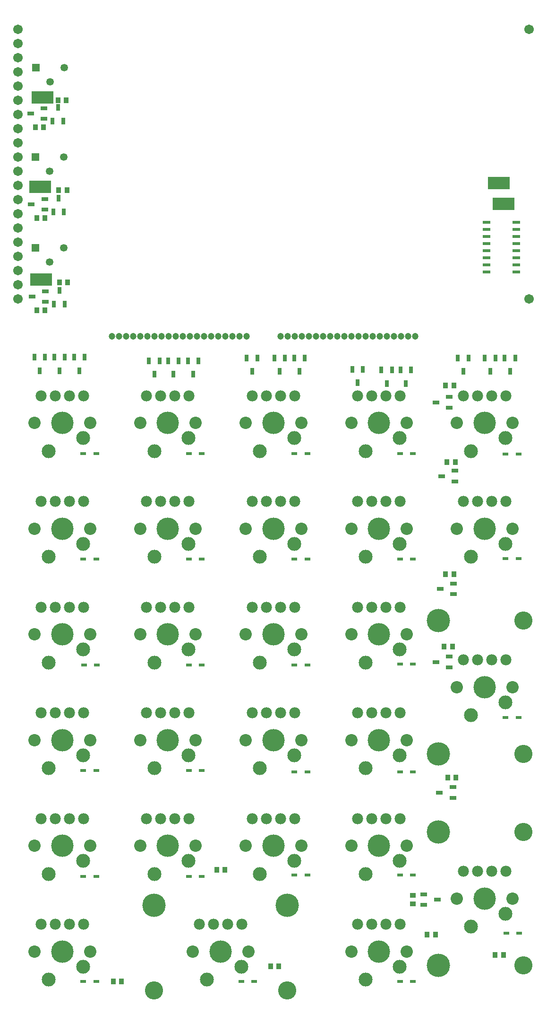
<source format=gbs>
G04*
G04 #@! TF.GenerationSoftware,Altium Limited,Altium Designer,22.7.1 (60)*
G04*
G04 Layer_Color=16711935*
%FSLAX44Y44*%
%MOMM*%
G71*
G04*
G04 #@! TF.SameCoordinates,EC5D1957-9DED-4F38-8C92-ABF119FEB4E7*
G04*
G04*
G04 #@! TF.FilePolarity,Negative*
G04*
G01*
G75*
%ADD12R,1.3462X1.3462*%
%ADD13C,1.3462*%
%ADD14C,1.9812*%
%ADD15C,2.4892*%
%ADD16C,4.0132*%
%ADD17C,2.2032*%
%ADD18C,4.1912*%
%ADD19C,3.2512*%
%ADD20C,1.2032*%
%ADD21C,1.7032*%
%ADD41R,1.4097X0.5080*%
%ADD42R,0.9032X1.1032*%
%ADD43R,1.0032X0.6032*%
%ADD44R,1.1032X0.9032*%
%ADD45R,1.2032X0.8032*%
%ADD46R,0.8032X1.2032*%
%ADD47R,4.0032X2.2332*%
D12*
X58420Y1682750D02*
D03*
X57150Y1522730D02*
D03*
Y1360170D02*
D03*
D13*
X83820Y1657350D02*
D03*
X109220Y1682750D02*
D03*
X107950Y1522730D02*
D03*
X82550Y1497330D02*
D03*
Y1334770D02*
D03*
X107950Y1360170D02*
D03*
D14*
X875273Y1095093D02*
D03*
X824473D02*
D03*
X849873D02*
D03*
X900675Y1095091D02*
D03*
Y622016D02*
D03*
X849873Y622018D02*
D03*
X824473D02*
D03*
X875273D02*
D03*
X900675Y243556D02*
D03*
X849873Y243558D02*
D03*
X824473D02*
D03*
X875273D02*
D03*
X402198Y148943D02*
D03*
X351398D02*
D03*
X376798D02*
D03*
X427600Y148941D02*
D03*
X118353Y148943D02*
D03*
X67553D02*
D03*
X92953D02*
D03*
X143755Y148941D02*
D03*
X118353Y338173D02*
D03*
X67553D02*
D03*
X92953D02*
D03*
X143755Y338171D02*
D03*
X118353Y527403D02*
D03*
X67553D02*
D03*
X92953D02*
D03*
X143755Y527401D02*
D03*
X118353Y716633D02*
D03*
X67553D02*
D03*
X92953D02*
D03*
X143755Y716631D02*
D03*
X118353Y905863D02*
D03*
X67553D02*
D03*
X92953D02*
D03*
X143755Y905861D02*
D03*
X118353Y1095093D02*
D03*
X67553D02*
D03*
X92953D02*
D03*
X143755Y1095091D02*
D03*
X711445D02*
D03*
X660643Y1095093D02*
D03*
X635243D02*
D03*
X686043D02*
D03*
X522215Y338171D02*
D03*
X471413Y338173D02*
D03*
X446013D02*
D03*
X496813D02*
D03*
X711445Y148941D02*
D03*
X660643Y148943D02*
D03*
X635243D02*
D03*
X686043D02*
D03*
X711445Y338171D02*
D03*
X660643Y338173D02*
D03*
X635243D02*
D03*
X686043D02*
D03*
X711445Y527401D02*
D03*
X660643Y527403D02*
D03*
X635243D02*
D03*
X686043D02*
D03*
X522215Y905861D02*
D03*
X471413Y905863D02*
D03*
X446013D02*
D03*
X496813D02*
D03*
X522215Y1095091D02*
D03*
X471413Y1095093D02*
D03*
X446013D02*
D03*
X496813D02*
D03*
X711445Y905861D02*
D03*
X660643Y905863D02*
D03*
X635243D02*
D03*
X686043D02*
D03*
X711445Y716631D02*
D03*
X660643Y716633D02*
D03*
X635243D02*
D03*
X686043D02*
D03*
X522215Y716631D02*
D03*
X471413Y716633D02*
D03*
X446013D02*
D03*
X496813D02*
D03*
X522215Y527401D02*
D03*
X471413Y527403D02*
D03*
X446013D02*
D03*
X496813D02*
D03*
X900675Y905861D02*
D03*
X849873Y905863D02*
D03*
X824473D02*
D03*
X875273D02*
D03*
X332985Y716631D02*
D03*
X282183Y716633D02*
D03*
X256783D02*
D03*
X307583D02*
D03*
X332985Y527401D02*
D03*
X282183Y527403D02*
D03*
X256783D02*
D03*
X307583D02*
D03*
X332985Y1095091D02*
D03*
X282183Y1095093D02*
D03*
X256783D02*
D03*
X307583D02*
D03*
X332985Y338171D02*
D03*
X282183Y338173D02*
D03*
X256783D02*
D03*
X307583D02*
D03*
X332985Y905861D02*
D03*
X282183Y905863D02*
D03*
X256783D02*
D03*
X307583D02*
D03*
D15*
X838193Y996031D02*
D03*
X899913Y1019401D02*
D03*
Y546326D02*
D03*
X838193Y522956D02*
D03*
X899913Y167866D02*
D03*
X838193Y144496D02*
D03*
X365118Y49881D02*
D03*
X426838Y73251D02*
D03*
X81273Y49881D02*
D03*
X142993Y73251D02*
D03*
X81273Y239111D02*
D03*
X142993Y262481D02*
D03*
X81273Y428341D02*
D03*
X142993Y451711D02*
D03*
X81273Y617571D02*
D03*
X142993Y640941D02*
D03*
X81273Y806801D02*
D03*
X142993Y830171D02*
D03*
X81273Y996031D02*
D03*
X142993Y1019401D02*
D03*
X710683D02*
D03*
X648963Y996031D02*
D03*
X521453Y262481D02*
D03*
X459733Y239111D02*
D03*
X710683Y73251D02*
D03*
X648963Y49881D02*
D03*
X710683Y262481D02*
D03*
X648963Y239111D02*
D03*
X710683Y451711D02*
D03*
X648963Y428341D02*
D03*
X521453Y830171D02*
D03*
X459733Y806801D02*
D03*
X521453Y1019401D02*
D03*
X459733Y996031D02*
D03*
X710683Y830171D02*
D03*
X648963Y806801D02*
D03*
X710683Y640941D02*
D03*
X648963Y617571D02*
D03*
X521453Y640941D02*
D03*
X459733Y617571D02*
D03*
X521453Y451711D02*
D03*
X459733Y428341D02*
D03*
X899913Y830171D02*
D03*
X838193Y806801D02*
D03*
X332223Y640941D02*
D03*
X270503Y617571D02*
D03*
X332223Y451711D02*
D03*
X270503Y428341D02*
D03*
X332223Y1019401D02*
D03*
X270503Y996031D02*
D03*
X332223Y262481D02*
D03*
X270503Y239111D02*
D03*
X332223Y830171D02*
D03*
X270503Y806801D02*
D03*
D16*
X862703Y1046323D02*
D03*
Y573248D02*
D03*
Y194788D02*
D03*
X389628Y100173D02*
D03*
X105783D02*
D03*
Y289403D02*
D03*
Y478633D02*
D03*
Y667863D02*
D03*
Y857093D02*
D03*
Y1046323D02*
D03*
X673473D02*
D03*
X484243Y289403D02*
D03*
X673473Y100173D02*
D03*
Y289403D02*
D03*
Y478633D02*
D03*
X484243Y857093D02*
D03*
Y1046323D02*
D03*
X673473Y857093D02*
D03*
Y667863D02*
D03*
X484243D02*
D03*
Y478633D02*
D03*
X862703Y857093D02*
D03*
X295013Y667863D02*
D03*
Y478633D02*
D03*
Y1046323D02*
D03*
Y289403D02*
D03*
Y857093D02*
D03*
D17*
X912614Y1046323D02*
D03*
X812793D02*
D03*
Y573248D02*
D03*
X912614D02*
D03*
X812793Y194788D02*
D03*
X912614D02*
D03*
X439539Y100173D02*
D03*
X339718D02*
D03*
X155694D02*
D03*
X55873D02*
D03*
X155694Y289403D02*
D03*
X55873D02*
D03*
X155694Y478633D02*
D03*
X55873D02*
D03*
X155694Y667863D02*
D03*
X55873D02*
D03*
X155694Y857093D02*
D03*
X55873D02*
D03*
X155694Y1046323D02*
D03*
X55873D02*
D03*
X623563D02*
D03*
X723384D02*
D03*
X434333Y289403D02*
D03*
X534154D02*
D03*
X623563Y100173D02*
D03*
X723384D02*
D03*
X623563Y289403D02*
D03*
X723384D02*
D03*
X623563Y478633D02*
D03*
X723384D02*
D03*
X434333Y857093D02*
D03*
X534154D02*
D03*
X434333Y1046323D02*
D03*
X534154D02*
D03*
X623563Y857093D02*
D03*
X723384D02*
D03*
X623563Y667863D02*
D03*
X723384D02*
D03*
X434333D02*
D03*
X534154D02*
D03*
X434333Y478633D02*
D03*
X534154D02*
D03*
X812793Y857093D02*
D03*
X912614D02*
D03*
X245103Y667863D02*
D03*
X344924D02*
D03*
X245103Y478633D02*
D03*
X344924D02*
D03*
X245103Y1046323D02*
D03*
X344924D02*
D03*
X245103Y289403D02*
D03*
X344924D02*
D03*
X245103Y857093D02*
D03*
X344924D02*
D03*
D18*
X780153Y692628D02*
D03*
Y453868D02*
D03*
Y314168D02*
D03*
Y75408D02*
D03*
X270248Y182723D02*
D03*
X509008D02*
D03*
D19*
X932553Y692628D02*
D03*
Y453868D02*
D03*
Y314168D02*
D03*
Y75408D02*
D03*
X270248Y30323D02*
D03*
X509008D02*
D03*
D20*
X737870Y1201420D02*
D03*
X725170D02*
D03*
X712470D02*
D03*
X699770D02*
D03*
X687070D02*
D03*
X674370D02*
D03*
X661670D02*
D03*
X648970D02*
D03*
X636270D02*
D03*
X623570D02*
D03*
X610870D02*
D03*
X598170D02*
D03*
X585470D02*
D03*
X572770D02*
D03*
X560070D02*
D03*
X547370D02*
D03*
X534670D02*
D03*
X521970D02*
D03*
X509270D02*
D03*
X496570D02*
D03*
X435610D02*
D03*
X422910D02*
D03*
X410210D02*
D03*
X397510D02*
D03*
X384810D02*
D03*
X372110D02*
D03*
X359410D02*
D03*
X346710D02*
D03*
X334010D02*
D03*
X321310D02*
D03*
X308610D02*
D03*
X295910D02*
D03*
X283210D02*
D03*
X270510D02*
D03*
X257810D02*
D03*
X245110D02*
D03*
X232410D02*
D03*
X219710D02*
D03*
X207010D02*
D03*
X194310D02*
D03*
D21*
X25900Y1268530D02*
D03*
Y1293930D02*
D03*
Y1319330D02*
D03*
Y1344730D02*
D03*
Y1370130D02*
D03*
Y1395530D02*
D03*
Y1420930D02*
D03*
Y1446330D02*
D03*
Y1471730D02*
D03*
Y1497130D02*
D03*
Y1522530D02*
D03*
Y1547930D02*
D03*
Y1573330D02*
D03*
Y1598730D02*
D03*
Y1624130D02*
D03*
Y1649530D02*
D03*
Y1674930D02*
D03*
X942586Y1268530D02*
D03*
Y1751130D02*
D03*
X25900Y1700330D02*
D03*
Y1725730D02*
D03*
Y1751130D02*
D03*
D41*
X919353Y1316990D02*
D03*
Y1329690D02*
D03*
Y1342390D02*
D03*
Y1355090D02*
D03*
Y1367790D02*
D03*
Y1380490D02*
D03*
Y1393190D02*
D03*
Y1405890D02*
D03*
X866140D02*
D03*
Y1393190D02*
D03*
Y1380490D02*
D03*
Y1367790D02*
D03*
Y1355090D02*
D03*
Y1342390D02*
D03*
Y1329690D02*
D03*
Y1316990D02*
D03*
D42*
X478910Y73660D02*
D03*
X493910D02*
D03*
X196970Y46990D02*
D03*
X211970D02*
D03*
X382390Y246380D02*
D03*
X397390D02*
D03*
X759580Y130810D02*
D03*
X774580D02*
D03*
X881500Y93980D02*
D03*
X896500D02*
D03*
X811410Y411480D02*
D03*
X796410D02*
D03*
X795140Y976630D02*
D03*
X810140D02*
D03*
X792600Y1113790D02*
D03*
X807600D02*
D03*
X112910Y1624330D02*
D03*
X97910D02*
D03*
X72270Y1576070D02*
D03*
X57270D02*
D03*
X115450Y1297940D02*
D03*
X100450D02*
D03*
X114060Y1463040D02*
D03*
X99060D02*
D03*
X74810Y1413510D02*
D03*
X59810D02*
D03*
X74810Y1248410D02*
D03*
X59810D02*
D03*
X805060Y646430D02*
D03*
X790060D02*
D03*
X807600Y775970D02*
D03*
X792600D02*
D03*
D43*
X332670Y234973D02*
D03*
X355670D02*
D03*
X143440Y424203D02*
D03*
X166440D02*
D03*
X711130Y802663D02*
D03*
X734130D02*
D03*
X521900D02*
D03*
X544900D02*
D03*
X332670D02*
D03*
X355670D02*
D03*
X143440D02*
D03*
X166440D02*
D03*
X143440Y991893D02*
D03*
X166440D02*
D03*
X332670D02*
D03*
X355670D02*
D03*
X521900D02*
D03*
X544900D02*
D03*
X711130D02*
D03*
X734130D02*
D03*
X900360Y990623D02*
D03*
X923360D02*
D03*
X167710Y613433D02*
D03*
X144710D02*
D03*
X734130Y614703D02*
D03*
X711130D02*
D03*
X544900Y613433D02*
D03*
X521900D02*
D03*
X355670D02*
D03*
X332670D02*
D03*
X166440Y234973D02*
D03*
X143440D02*
D03*
X544900Y237513D02*
D03*
X521900D02*
D03*
X449650Y47013D02*
D03*
X426650D02*
D03*
X166440D02*
D03*
X143440D02*
D03*
X734130Y237513D02*
D03*
X711130D02*
D03*
X734130Y47013D02*
D03*
X711130D02*
D03*
X924630Y133373D02*
D03*
X901630D02*
D03*
X923360Y803933D02*
D03*
X900360D02*
D03*
X923360Y519453D02*
D03*
X900360D02*
D03*
X734130Y421663D02*
D03*
X711130D02*
D03*
X544900D02*
D03*
X521900D02*
D03*
X355670Y424203D02*
D03*
X332670D02*
D03*
D44*
X734060Y200420D02*
D03*
Y185420D02*
D03*
D45*
X777810Y193040D02*
D03*
X753810Y202540D02*
D03*
Y183540D02*
D03*
X781750Y384810D02*
D03*
X805750Y375310D02*
D03*
Y394310D02*
D03*
X775400Y618490D02*
D03*
X799400Y608990D02*
D03*
Y627990D02*
D03*
X783020Y749300D02*
D03*
X807020Y739800D02*
D03*
Y758800D02*
D03*
X785560Y951230D02*
D03*
X809560Y941730D02*
D03*
Y960730D02*
D03*
X775400Y1083310D02*
D03*
X799400Y1073810D02*
D03*
Y1092810D02*
D03*
X72960Y1609700D02*
D03*
Y1590700D02*
D03*
X48960Y1600200D02*
D03*
X75500Y1282040D02*
D03*
Y1263040D02*
D03*
X51500Y1272540D02*
D03*
X74230Y1447140D02*
D03*
Y1428140D02*
D03*
X50230Y1437640D02*
D03*
D46*
X908050Y1138620D02*
D03*
X917550Y1162620D02*
D03*
X898550D02*
D03*
X721360Y1117030D02*
D03*
X730860Y1141030D02*
D03*
X711860D02*
D03*
X530860Y1138620D02*
D03*
X540360Y1162620D02*
D03*
X521360D02*
D03*
X340360Y1133540D02*
D03*
X349860Y1157540D02*
D03*
X330860D02*
D03*
X136100Y1139890D02*
D03*
X145600Y1163890D02*
D03*
X126600D02*
D03*
X107290Y1586930D02*
D03*
X88290D02*
D03*
X97790Y1610930D02*
D03*
X109830Y1259270D02*
D03*
X90830D02*
D03*
X100330Y1283270D02*
D03*
X108560Y1424370D02*
D03*
X89560D02*
D03*
X99060Y1448370D02*
D03*
X862990Y1162620D02*
D03*
X881990D02*
D03*
X872490Y1138620D02*
D03*
X814730Y1162620D02*
D03*
X833730D02*
D03*
X824230Y1138620D02*
D03*
X677570Y1141030D02*
D03*
X696570D02*
D03*
X687070Y1117030D02*
D03*
X625500Y1142300D02*
D03*
X644500D02*
D03*
X635000Y1118300D02*
D03*
X436270Y1162620D02*
D03*
X455270D02*
D03*
X445770Y1138620D02*
D03*
X485800Y1162620D02*
D03*
X504800D02*
D03*
X495300Y1138620D02*
D03*
X261010Y1157540D02*
D03*
X280010D02*
D03*
X270510Y1133540D02*
D03*
X295300Y1157540D02*
D03*
X314300D02*
D03*
X304800Y1133540D02*
D03*
X91040Y1163890D02*
D03*
X110040D02*
D03*
X100540Y1139890D02*
D03*
X55480Y1163890D02*
D03*
X74480D02*
D03*
X64980Y1139890D02*
D03*
D47*
X69850Y1629410D02*
D03*
X896620Y1438910D02*
D03*
X887730Y1475740D02*
D03*
X66040Y1469390D02*
D03*
X67310Y1303020D02*
D03*
M02*

</source>
